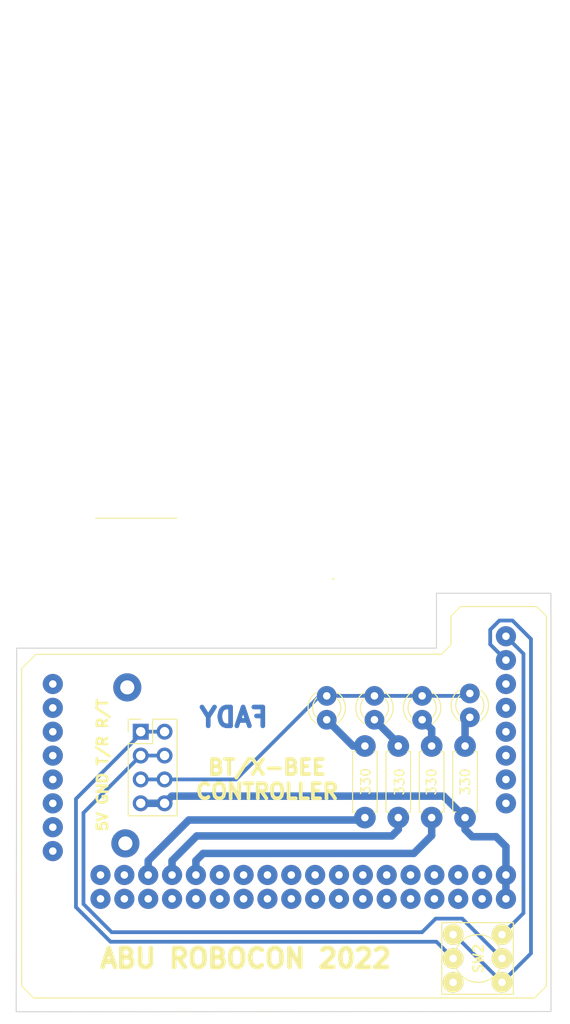
<source format=kicad_pcb>
(kicad_pcb (version 20211014) (generator pcbnew)
  (layers (0 "F.Cu" signal) (31 "B.Cu" signal) (34 "B.Paste" user) (35 "F.Paste" user) (36 "B.SilkS" user "B.Silkscreen") (37 "F.SilkS" user "F.Silkscreen") (38 "B.Mask" user) (39 "F.Mask" user) (44 "Edge.Cuts" user))
  (net 0 "")
  (net 1 "GND")
  (net 2 "Net-(D1-Pad2)")
  (net 3 "Net-(D2-Pad2)")
  (net 4 "Net-(D3-Pad2)")
  (net 5 "Net-(D4-Pad2)")
  (net 6 "Net-(SW1-Pad1)")
  (net 7 "Net-(SW1-Pad3)")
  (net 8 "5V")
  (net 9 "LED1")
  (net 10 "LED2")
  (net 11 "LED3")
  (net 12 "TX")
  (net 13 "RX")
  (footprint "MY_LIB:Resistor_small" (layer "F.Cu") (at 163.576 133.858 90)
    (fp_text reference "R4" hide)
    (fp_text value "330" (at 3.81 0.024 90) (layer "F.SilkS"))
    (fp_line (start 0.6 0.98) (end 0.6 1.31) (layer "F.SilkS") (width 0.12))
    (fp_line (start 0.6 -0.98) (end 0.6 -1.31) (layer "F.SilkS") (width 0.12))
    (fp_line (start 0.6 1.31) (end 7.02 1.31) (layer "F.SilkS") (width 0.12))
    (fp_line (start 7.02 1.31) (end 7.02 0.98) (layer "F.SilkS") (width 0.12))
    (fp_line (start 0.6 -1.31) (end 7.02 -1.31) (layer "F.SilkS") (width 0.12))
    (fp_line (start 7.02 -1.31) (end 7.02 -0.98) (layer "F.SilkS") (width 0.12))
    (pad "1" thru_hole circle locked (at 0 0 90) (size 2.3 2.3) (drill 0.8) (layers *.Cu *.Mask) (net 8 "5V"))
    (pad "2" thru_hole circle locked (at 7.62 0 90) (size 2.3 2.3) (drill 0.8) (layers *.Cu *.Mask) (net 5 "Net-(D4-Pad2)"))
  )
  (footprint "MY_LIB:LED_D3.0mm" (layer "F.Cu") (at 164.084 120.645 -90)
    (fp_text reference "D4" hide)
    (fp_text value "L3")
    (fp_line (start -0.29 -1.236) (end -0.29 -1.08) (layer "F.SilkS") (width 0.12))
    (fp_line (start -0.29 1.08) (end -0.29 1.236) (layer "F.SilkS") (width 0.12))
    (fp_arc (start 2.31113 1.079837) (mid 1.270117 1.5) (end 0.229039 1.08) (layer "F.SilkS") (width 0.12))
    (fp_arc (start -0.29 -1.235516) (mid 1.366487 -1.987659) (end 2.942335 -1.078608) (layer "F.SilkS") (width 0.12))
    (fp_arc (start 2.942335 1.078608) (mid 1.366487 1.987659) (end -0.29 1.235516) (layer "F.SilkS") (width 0.12))
    (fp_arc (start 0.229039 -1.08) (mid 1.270117 -1.5) (end 2.31113 -1.079837) (layer "F.SilkS") (width 0.12))
    (pad "1" thru_hole circle locked (at 0 0 270) (size 2.1 2.1) (drill 0.8) (layers *.Cu *.Mask) (net 1 "GND"))
    (pad "2" thru_hole circle locked (at 2.54 0 270) (size 2.1 2.1) (drill 0.8) (layers *.Cu *.Mask) (net 5 "Net-(D4-Pad2)"))
  )
  (footprint "Connector_PinHeader_2.54mm:PinHeader_2x04_P2.54mm_Vertical" (layer "F.Cu") (at 129.032 124.714)
    (fp_text reference "J1" hide)
    (fp_text value "Conn_02x04_Odd_Even" hide)
    (fp_line (start -1.33 0) (end -1.33 -1.33) (layer "F.SilkS") (width 0.12))
    (fp_line (start 1.27 -1.33) (end 3.87 -1.33) (layer "F.SilkS") (width 0.12))
    (fp_line (start -1.33 1.27) (end -1.33 8.95) (layer "F.SilkS") (width 0.12))
    (fp_line (start 1.27 1.27) (end 1.27 -1.33) (layer "F.SilkS") (width 0.12))
    (fp_line (start -1.33 1.27) (end 1.27 1.27) (layer "F.SilkS") (width 0.12))
    (fp_line (start -1.33 8.95) (end 3.87 8.95) (layer "F.SilkS") (width 0.12))
    (fp_line (start -1.33 -1.33) (end 0 -1.33) (layer "F.SilkS") (width 0.12))
    (fp_line (start 3.87 -1.33) (end 3.87 8.95) (layer "F.SilkS") (width 0.12))
    (pad "1" thru_hole rect (at 0 0) (size 1.7 1.7) (drill 1) (layers *.Cu *.Mask) (net 6 "Net-(SW1-Pad1)"))
    (pad "2" thru_hole oval (at 2.54 0) (size 1.7 1.7) (drill 1) (layers *.Cu *.Mask) (net 6 "Net-(SW1-Pad1)"))
    (pad "3" thru_hole oval (at 0 2.54) (size 1.7 1.7) (drill 1) (layers *.Cu *.Mask) (net 7 "Net-(SW1-Pad3)"))
    (pad "4" thru_hole oval (at 2.54 2.54) (size 1.7 1.7) (drill 1) (layers *.Cu *.Mask) (net 7 "Net-(SW1-Pad3)"))
    (pad "5" thru_hole oval (at 2.54 5.08) (size 1.7 1.7) (drill 1) (layers *.Cu *.Mask) (net 1 "GND"))
    (pad "5" thru_hole oval (at 0 5.08) (size 1.7 1.7) (drill 1) (layers *.Cu *.Mask) (net 1 "GND"))
    (pad "7" thru_hole oval (at 0 7.62) (size 1.7 1.7) (drill 1) (layers *.Cu *.Mask) (net 8 "5V"))
    (pad "8" thru_hole oval (at 2.54 7.62) (size 1.7 1.7) (drill 1) (layers *.Cu *.Mask) (net 8 "5V"))
  )
  (footprint "MY_LIB:Resistor_small" (layer "F.Cu") (at 160.02 133.858 90)
    (fp_text reference "R3" hide)
    (fp_text value "330" (at 3.81 -0.02 90) (layer "F.SilkS"))
    (fp_line (start 7.02 1.31) (end 7.02 0.98) (layer "F.SilkS") (width 0.12))
    (fp_line (start 0.6 -0.98) (end 0.6 -1.31) (layer "F.SilkS") (width 0.12))
    (fp_line (start 7.02 -1.31) (end 7.02 -0.98) (layer "F.SilkS") (width 0.12))
    (fp_line (start 0.6 0.98) (end 0.6 1.31) (layer "F.SilkS") (width 0.12))
    (fp_line (start 0.6 1.31) (end 7.02 1.31) (layer "F.SilkS") (width 0.12))
    (fp_line (start 0.6 -1.31) (end 7.02 -1.31) (layer "F.SilkS") (width 0.12))
    (pad "1" thru_hole circle locked (at 0 0 90) (size 2.3 2.3) (drill 0.8) (layers *.Cu *.Mask) (net 11 "LED3"))
    (pad "2" thru_hole circle locked (at 7.62 0 90) (size 2.3 2.3) (drill 0.8) (layers *.Cu *.Mask) (net 4 "Net-(D3-Pad2)"))
  )
  (footprint "MY_LIB:DIP_Switch" (layer "F.Cu") (at 164.846 148.844 90)
    (fp_text reference "SW2" (at 0 0.15 90) (layer "F.SilkS") (effects (font (size 1.016 1.016) (thickness 0.2032))))
    (fp_text value "SW_SPDT" hide)
    (fp_line (start -3.81 -3.7465) (end 3.81 -3.7465) (layer "F.SilkS") (width 0.127))
    (fp_line (start 3.81 3.8735) (end -3.81 3.8735) (layer "F.SilkS") (width 0.127))
    (fp_line (start 3.81 -3.7465) (end 3.81 3.8735) (layer "F.SilkS") (width 0.127))
    (fp_line (start -3.81 -3.7465) (end -3.81 3.8735) (layer "F.SilkS") (width 0.127))
    (fp_circle (center 0 0.127) (end 0 -2.413) (layer "F.SilkS") (width 0.127) (fill none))
    (pad "1" thru_hole circle (at 0 2.667 90) (size 2.2 2.2) (drill 0.8) (layers *.Cu *.Mask "F.SilkS") (net 7 "Net-(SW1-Pad3)"))
    (pad "2" thru_hole circle (at -2.54 -2.54 90) (size 2.2 2.2) (drill 0.8) (layers *.Cu *.Mask "F.SilkS") (net 13 "RX"))
    (pad "2" thru_hole circle (at 2.54 2.667 90) (size 2.2 2.2) (drill 0.8) (layers *.Cu *.Mask "F.SilkS") (net 13 "RX"))
    (pad "3" thru_hole circle (at -2.54 2.667 90) (size 2.2 2.2) (drill 0.8) (layers *.Cu *.Mask "F.SilkS") (net 12 "TX"))
    (pad "3" thru_hole circle (at 2.54 -2.54 90) (size 2.2 2.2) (drill 0.8) (layers *.Cu *.Mask "F.SilkS") (net 12 "TX"))
    (pad "5" thru_hole circle (at 0 -2.54 90) (size 2.2 2.2) (drill 0.8) (layers *.Cu *.Mask "F.SilkS") (net 6 "Net-(SW1-Pad1)"))
  )
  (footprint "MY_LIB:LED_D3.0mm" (layer "F.Cu") (at 148.844 120.904 -90)
    (fp_text reference "D1" hide)
    (fp_text value "L1")
    (fp_line (start -0.29 1.08) (end -0.29 1.236) (layer "F.SilkS") (width 0.12))
    (fp_line (start -0.29 -1.236) (end -0.29 -1.08) (layer "F.SilkS") (width 0.12))
    (fp_arc (start 2.31113 1.079837) (mid 1.270117 1.5) (end 0.229039 1.08) (layer "F.SilkS") (width 0.12))
    (fp_arc (start 0.229039 -1.08) (mid 1.270117 -1.5) (end 2.31113 -1.079837) (layer "F.SilkS") (width 0.12))
    (fp_arc (start -0.29 -1.235516) (mid 1.366487 -1.987659) (end 2.942335 -1.078608) (layer "F.SilkS") (width 0.12))
    (fp_arc (start 2.942335 1.078608) (mid 1.366487 1.987659) (end -0.29 1.235516) (layer "F.SilkS") (width 0.12))
    (pad "1" thru_hole circle locked (at 0 0 270) (size 2.1 2.1) (drill 0.8) (layers *.Cu *.Mask) (net 1 "GND"))
    (pad "2" thru_hole circle locked (at 2.54 0 270) (size 2.1 2.1) (drill 0.8) (layers *.Cu *.Mask) (net 2 "Net-(D1-Pad2)"))
  )
  (footprint "MY_LIB:LED_D3.0mm" (layer "F.Cu") (at 153.924 120.904 -90)
    (fp_text reference "D2" hide)
    (fp_text value "L2")
    (fp_line (start -0.29 1.08) (end -0.29 1.236) (layer "F.SilkS") (width 0.12))
    (fp_line (start -0.29 -1.236) (end -0.29 -1.08) (layer "F.SilkS") (width 0.12))
    (fp_arc (start 0.229039 -1.08) (mid 1.270117 -1.5) (end 2.31113 -1.079837) (layer "F.SilkS") (width 0.12))
    (fp_arc (start 2.31113 1.079837) (mid 1.270117 1.5) (end 0.229039 1.08) (layer "F.SilkS") (width 0.12))
    (fp_arc (start 2.942335 1.078608) (mid 1.366487 1.987659) (end -0.29 1.235516) (layer "F.SilkS") (width 0.12))
    (fp_arc (start -0.29 -1.235516) (mid 1.366487 -1.987659) (end 2.942335 -1.078608) (layer "F.SilkS") (width 0.12))
    (pad "1" thru_hole circle locked (at 0 0 270) (size 2.1 2.1) (drill 0.8) (layers *.Cu *.Mask) (net 1 "GND"))
    (pad "2" thru_hole circle locked (at 2.54 0 270) (size 2.1 2.1) (drill 0.8) (layers *.Cu *.Mask) (net 3 "Net-(D2-Pad2)"))
  )
  (footprint "MY_LIB:Resistor_small" (layer "F.Cu") (at 156.464 133.858 90)
    (fp_text reference "R2" hide)
    (fp_text value "330" (at 3.81 0.136 90) (layer "F.SilkS"))
    (fp_line (start 7.02 -1.31) (end 7.02 -0.98) (layer "F.SilkS") (width 0.12))
    (fp_line (start 0.6 -1.31) (end 7.02 -1.31) (layer "F.SilkS") (width 0.12))
    (fp_line (start 0.6 0.98) (end 0.6 1.31) (layer "F.SilkS") (width 0.12))
    (fp_line (start 0.6 1.31) (end 7.02 1.31) (layer "F.SilkS") (width 0.12))
    (fp_line (start 0.6 -0.98) (end 0.6 -1.31) (layer "F.SilkS") (width 0.12))
    (fp_line (start 7.02 1.31) (end 7.02 0.98) (layer "F.SilkS") (width 0.12))
    (pad "1" thru_hole circle locked (at 0 0 90) (size 2.3 2.3) (drill 0.8) (layers *.Cu *.Mask) (net 10 "LED2"))
    (pad "2" thru_hole circle locked (at 7.62 0 90) (size 2.3 2.3) (drill 0.8) (layers *.Cu *.Mask) (net 3 "Net-(D2-Pad2)"))
  )
  (footprint "MY_LIB:Resistor_small" (layer "F.Cu") (at 152.908 133.858 90)
    (fp_text reference "R1" hide)
    (fp_text value "330" (at 3.858 0.092 90) (layer "F.SilkS"))
    (fp_line (start 7.02 -1.31) (end 7.02 -0.98) (layer "F.SilkS") (width 0.12))
    (fp_line (start 0.6 0.98) (end 0.6 1.31) (layer "F.SilkS") (width 0.12))
    (fp_line (start 0.6 -0.98) (end 0.6 -1.31) (layer "F.SilkS") (width 0.12))
    (fp_line (start 7.02 1.31) (end 7.02 0.98) (layer "F.SilkS") (width 0.12))
    (fp_line (start 0.6 1.31) (end 7.02 1.31) (layer "F.SilkS") (width 0.12))
    (fp_line (start 0.6 -1.31) (end 7.02 -1.31) (layer "F.SilkS") (width 0.12))
    (pad "1" thru_hole circle locked (at 0 0 90) (size 2.3 2.3) (drill 0.8) (layers *.Cu *.Mask) (net 9 "LED1"))
    (pad "2" thru_hole circle locked (at 7.62 0 90) (size 2.3 2.3) (drill 0.8) (layers *.Cu *.Mask) (net 2 "Net-(D1-Pad2)"))
  )
  (footprint "MY_LIB:Arduino_Mega2560_Shield" (layer "F.Cu") (at 162.0753 73.2977)
    (fp_text reference "U1" hide)
    (fp_text value "Arduino_Mega2560_Shield")
    (fp_text user "." (at -12.9413 35.1663 270) (layer "F.SilkS"))
    (fp_line (start -1.016 43.18) (end 0 42.164) (layer "F.SilkS") (width 0.12))
    (fp_line (start 0 42.164) (end 0 39.116) (layer "F.SilkS") (width 0.12))
    (fp_line (start 8.89 79.756) (end -44.45 79.756) (layer "F.SilkS") (width 0.12))
    (fp_line (start 9.144 38.1) (end 10.16 39.116) (layer "F.SilkS") (width 0.12))
    (fp_line (start -44.196 43.18) (end -1.016 43.18) (layer "F.SilkS") (width 0.12))
    (fp_line (start -45.72 44.704) (end -44.196 43.18) (layer "F.SilkS") (width 0.12))
    (fp_line (start 0 39.116) (end 1.016 38.1) (layer "F.SilkS") (width 0.12))
    (fp_line (start -45.72 78.486) (end -45.72 44.704) (layer "F.SilkS") (width 0.12))
    (fp_line (start 10.16 39.116) (end 10.16 78.486) (layer "F.SilkS") (width 0.12))
    (fp_line (start -37.846 28.702) (end -29.21 28.702) (layer "F.SilkS") (width 0.12))
    (fp_line (start 8.89 79.756) (end 10.16 78.486) (layer "F.SilkS") (width 0.12))
    (fp_line (start 1.016 38.1) (end 9.144 38.1) (layer "F.SilkS") (width 0.12))
    (fp_line (start -45.72 78.486) (end -44.45 79.756) (layer "F.SilkS") (width 0.12))
    (pad "14" thru_hole circle (at 5.8547 41.2623 270) (size 2.15 2.15) (drill 0.8) (layers *.Cu *.Mask) (net 13 "RX"))
    (pad "15" thru_hole circle (at 5.8547 43.8023 270) (size 2.15 2.15) (drill 0.8) (layers *.Cu *.Mask) (net 12 "TX"))
    (pad "16" thru_hole circle (at 5.8547 46.3423 270) (size 2.15 2.15) (drill 0.8) (layers *.Cu *.Mask))
    (pad "17" thru_hole circle (at 5.8547 48.8823 270) (size 2.15 2.15) (drill 0.8) (layers *.Cu *.Mask))
    (pad "18" thru_hole circle (at 5.8547 51.4223 270) (size 2.15 2.15) (drill 0.8) (layers *.Cu *.Mask))
    (pad "19" thru_hole circle (at 5.8547 53.9623 270) (size 2.15 2.15) (drill 0.8) (layers *.Cu *.Mask))
    (pad "20" thru_hole circle (at 5.8547 56.5023 270) (size 2.15 2.15) (drill 0.8) (layers *.Cu *.Mask))
    (pad "21" thru_hole circle (at 5.8547 59.0423 270) (size 2.15 2.15) (drill 0.8) (layers *.Cu *.Mask))
    (pad "22" thru_hole circle (at 3.3147 66.6623 270) (size 2.15 2.15) (drill 0.8) (layers *.Cu *.Mask))
    (pad "23" thru_hole circle (at 3.3147 69.2023 270) (size 2.15 2.15) (drill 0.8) (layers *.Cu *.Mask))
    (pad "24" thru_hole circle (at 0.7747 66.6623 270) (size 2.15 2.15) (drill 0.8) (layers *.Cu *.Mask))
    (pad "25" thru_hole circle (at 0.7747 69.2023 270) (size 2.15 2.15) (drill 0.8) (layers *.Cu *.Mask))
    (pad "26" thru_hole circle (at -1.7653 66.6623 270) (size 2.15 2.15) (drill 0.8) (layers *.Cu *.Mask))
    (pad "27" thru_hole circle (at -1.7653 69.2023 270) (size 2.15 2.15) (drill 0.8) (layers *.Cu *.Mask))
    (pad "28" thru_hole circle (at -4.3053 66.6623 270) (size 2.15 2.15) (drill 0.8) (layers *.Cu *.Mask))
    (pad "29" thru_hole circle (at -4.3053 69.2023 270) (size 2.15 2.15) (drill 0.8) (layers *.Cu *.Mask))
    (pad "30" thru_hole circle (at -6.8453 66.6623 270) (size 2.15 2.15) (drill 0.8) (layers *.Cu *.Mask))
    (pad "31" thru_hole circle (at -6.8453 69.2023 270) (size 2.15 2.15) (drill 0.8) (layers *.Cu *.Mask))
    (pad "32" thru_hole circle (at -9.3853 66.6623 270) (size 2.15 2.15) (drill 0.8) (layers *.Cu *.Mask))
    (pad "33" thru_hole circle (at -9.3853 69.2023 270) (size 2.15 2.15) (drill 0.8) (layers *.Cu *.Mask))
    (pad "34" thru_hole circle (at -11.9253 66.6623 270) (size 2.15 2.15) (drill 0.8) (layers *.Cu *.Mask))
    (pad "35" thru_hole circle (at -11.9253 69.2023 270) (size 2.15 2.15) (drill 0.8) (layers *.Cu *.Mask))
    (pad "36" thru_hole circle (at -14.4653 66.6623 270) (size 2.15 2.15) (drill 0.8) (layers *.Cu *.Mask))
    (pad "37" thru_hole circle (at -14.4653 69.2023 270) (size 2.15 2.15) (drill 0.8) (layers *.Cu *.Mask))
    (pad "38" thru_hole circle (at -17.0053 66.6623 270) (size 2.15 2.15) (drill 0.8) (layers *.Cu *.Mask))
    (pad "39" thru_hole circle (at -17.0053 69.2023 270) (size 2.15 2.15) (drill 0.8) (layers *.Cu *.Mask))
    (pad "40" thru_hole circle (at -19.5453 66.6623 270) (size 2.15 2.15) (drill 0.8) (layers *.Cu *.Mask))
    (pad "41" thru_hole circle (at -19.5453 69.2023 270) (size 2.15 2.15) (drill 0.8) (layers *.Cu *.Mask))
    (pad "42" thru_hole circle (at -22.0853 66.6623 270) (size 2.15 2.15) (drill 0.8) (layers *.Cu *.Mask))
    (pad "43" thru_hole circle (at -22.0853 69.2023 270) (size 2.15 2.15) (drill 0.8) (layers *.Cu *.Mask))
    (pad "44" thru_hole circle (at -24.6253 66.6623 270) (size 2.15 2.15) (drill 0.8) (layers *.Cu *.Mask))
    (pad "45" thru_hole circle (at -24.6253 69.2023 270) (size 2.15 2.15) (drill 0.8) (layers *.Cu *.Mask))
    (pad "46" thru_hole circle (at -27.1653 66.6623 270) (size 2.15 2.15) (drill 0.8) (layers *.Cu *.Mask) (net 11 "LED3"))
    (pad "47" thru_hole circle (at -27.1653 69.2023 270) (size 2.15 2.15) (drill 0.8) (layers *.Cu *.Mask))
    (pad "48" thru_hole circle (at -29.7053 66.6623 270) (size 2.15 2.15) (drill 0.8) (layers *.Cu *.Mask) (net 10 "LED2"))
    (pad "49" thru_hole circle (at -29.7053 69.2023 270) (size 2.15 2.15) (drill 0.8) (layers *.Cu *.Mask))
    (pad "50" thru_hole circle (at -32.2453 66.6623 270) (size 2.15 2.15) (drill 0.8) (layers *.Cu *.Mask) (net 9 "LED1"))
    (pad "51" thru_hole circle (at -32.2453 69.2023 270) (size 2.15 2.15) (drill 0.8) (layers *.Cu *.Mask))
    (pad "52" thru_hole circle (at -34.7853 66.6623 270) (size 2.15 2.15) (drill 0.8) (layers *.Cu *.Mask))
    (pad "53" thru_hole circle (at -34.7853 69.2023 270) (size 2.15 2.15) (drill 0.8) (layers *.Cu *.Mask))
    (pad "A8" thru_hole circle (at -42.4053 46.3423 270) (size 2.15 2.15) (drill 0.8) (layers *.Cu *.Mask))
    (pad "A9" thru_hole circle (at -42.4053 48.8823 270) (size 2.15 2.15) (drill 0.8) (layers *.Cu *.Mask))
    (pad "A10" thru_hole circle (at -42.4053 51.4223 270) (size 2.15 2.15) (drill 0.8) (layers *.Cu *.Mask))
    (pad "A11" thru_hole circle (at -42.4053 53.9623 270) (size 2.15 2.15) (drill 0.8) (layers *.Cu *.Mask))
    (pad "A12" thru_hole circle (at -42.4053 56.5023 270) (size 2.15 2.15) (drill 0.8) (layers *.Cu *.Mask))
    (pad "A13" thru_hole circle (at -42.4053 59.0423 270) (size 2.15 2.15) (drill 0.8) (layers *.Cu *.Mask))
    (pad "A14" thru_hole circle (at -42.4053 61.5823 270) (size 2.15 2.15) (drill 0.8) (layers *.Cu *.Mask))
    (pad "A15" thru_hole circle (at -42.4053 64.1223 270) (size 2.15 2.15) (drill 0.8) (layers *.Cu *.Mask))
    (pad "GND" thru_hole circle (at -37.3253 69.2023 270) (size 2.15 2.15) (drill 0.8) (layers *.Cu *.Mask))
    (pad "GND" thru_hole circle (at -37.3253 66.6623 270) (size 2.15 2.15) (drill 0.8) (layers *.Cu *.Mask))
    (pad "VCC" thru_hole circle (at 5.8547 69.2023 270) (size 2.15 2.15) (drill 0.8) (layers *.Cu *.Mask))
    (pad "VCC" thru_hole circle (at 5.8547 66.6623 270) (size 2.15 2.15) (drill 0.8) (layers *.Cu *.Mask))
  )
  (footprint "MY_LIB:LED_D3.0mm" (layer "F.Cu") (at 159.004 120.904 -90)
    (fp_text reference "D3" hide)
    (fp_text value "L3")
    (fp_line (start -0.29 1.08) (end -0.29 1.236) (layer "F.SilkS") (width 0.12))
    (fp_line (start -0.29 -1.236) (end -0.29 -1.08) (layer "F.SilkS") (width 0.12))
    (fp_arc (start 2.31113 1.079837) (mid 1.270117 1.5) (end 0.229039 1.08) (layer "F.SilkS") (width 0.12))
    (fp_arc (start 0.229039 -1.08) (mid 1.270117 -1.5) (end 2.31113 -1.079837) (layer "F.SilkS") (width 0.12))
    (fp_arc (start 2.942335 1.078608) (mid 1.366487 1.987659) (end -0.29 1.235516) (layer "F.SilkS") (width 0.12))
    (fp_arc (start -0.29 -1.235516) (mid 1.366487 -1.987659) (end 2.942335 -1.078608) (layer "F.SilkS") (width 0.12))
    (pad "1" thru_hole circle locked (at 0 0 270) (size 2.1 2.1) (drill 0.8) (layers *.Cu *.Mask) (net 1 "GND"))
    (pad "2" thru_hole circle locked (at 2.54 0 270) (size 2.1 2.1) (drill 0.8) (layers *.Cu *.Mask) (net 4 "Net-(D3-Pad2)"))
  )
  (gr_line (start 172.72 154.49) (end 115.76 154.52) (layer "Edge.Cuts") (width 0.1))
  (gr_line (start 115.824 115.824) (end 160.528 115.824) (layer "Edge.Cuts") (width 0.1))
  (gr_line (start 172.72 109.982) (end 172.73 154.45) (layer "Edge.Cuts") (width 0.1))
  (gr_line (start 160.528 109.982) (end 172.72 109.982) (layer "Edge.Cuts") (width 0.1))
  (gr_line (start 160.528 115.824) (end 160.528 109.982) (layer "Edge.Cuts") (width 0.1))
  (gr_line (start 115.77 154.49) (end 115.824 115.824) (layer "Edge.Cuts") (width 0.1))
  (gr_text "FADY" (at 138.938 123.19) (layer "B.Cu") (effects (font (size 2 2) (thickness 0.5)) (justify mirror)))
  (gr_text "BT/X-BEE\nCONTROLLER" (at 142.494 129.794) (layer "F.SilkS") (effects (font (size 1.6 1.6) (thickness 0.4))))
  (gr_text "5V GND T/R R/T" (at 124.968 128.27 90) (layer "F.SilkS") (effects (font (size 1.1 1.1) (thickness 0.275))))
  (gr_text "ABU ROBOCON 2022" (at 140.208 148.844) (layer "F.SilkS") (effects (font (size 2 2) (thickness 0.5))))
  (via (at 127.6 120) (size 3) (drill 1.5) (layers "F.Cu" "B.Cu") (net 0))
  (via (at 127.4 136.6) (size 3) (drill 1.5) (layers "F.Cu" "B.Cu") (net 0))
  (segment (start 148.844 120.904) (end 153.924 120.904) (width 0.4) (layer "B.Cu") (net 1))
  (segment (start 148.844 120.904) (end 148.082 120.904) (width 0.4) (layer "B.Cu") (net 1))
  (segment (start 163.825 120.904) (end 164.084 120.645) (width 0.4) (layer "B.Cu") (net 1))
  (segment (start 159.004 120.904) (end 163.825 120.904) (width 0.4) (layer "B.Cu") (net 1))
  (segment (start 139.192 129.794) (end 131.572 129.794) (width 0.4) (layer "B.Cu") (net 1))
  (segment (start 153.924 120.904) (end 159.004 120.904) (width 0.4) (layer "B.Cu") (net 1))
  (segment (start 148.082 120.904) (end 139.192 129.794) (width 0.4) (layer "B.Cu") (net 1))
  (segment (start 129.032 129.794) (end 131.572 129.794) (width 0.4) (layer "B.Cu") (net 1))
  (segment (start 151.638 126.238) (end 148.844 123.444) (width 0.8) (layer "B.Cu") (net 2))
  (segment (start 152.908 126.238) (end 151.638 126.238) (width 0.8) (layer "B.Cu") (net 2))
  (segment (start 156.464 125.984) (end 153.924 123.444) (width 0.8) (layer "B.Cu") (net 3))
  (segment (start 156.464 126.238) (end 156.464 125.984) (width 0.8) (layer "B.Cu") (net 3))
  (segment (start 160.02 124.46) (end 159.004 123.444) (width 0.8) (layer "B.Cu") (net 4))
  (segment (start 160.02 126.238) (end 160.02 124.46) (width 0.8) (layer "B.Cu") (net 4))
  (segment (start 163.576 123.693) (end 164.084 123.185) (width 0.8) (layer "B.Cu") (net 5))
  (segment (start 163.576 126.238) (end 163.576 123.693) (width 0.8) (layer "B.Cu") (net 5))
  (segment (start 129.032 124.968) (end 129.032 124.714) (width 0.4) (layer "B.Cu") (net 6))
  (segment (start 125.815822 147.066) (end 122.136 143.386178) (width 0.4) (layer "B.Cu") (net 6))
  (segment (start 122.136 143.386178) (end 122.136 131.864) (width 0.4) (layer "B.Cu") (net 6))
  (segment (start 160.528 147.066) (end 125.815822 147.066) (width 0.4) (layer "B.Cu") (net 6))
  (segment (start 162.306 148.844) (end 160.528 147.066) (width 0.4) (layer "B.Cu") (net 6))
  (segment (start 129.032 124.714) (end 131.572 124.714) (width 0.4) (layer "B.Cu") (net 6))
  (segment (start 122.136 131.864) (end 129.032 124.968) (width 0.4) (layer "B.Cu") (net 6))
  (segment (start 167.513 148.844) (end 163.273 144.604) (width 0.4) (layer "B.Cu") (net 7))
  (segment (start 125.931192 146.05) (end 122.936 143.054808) (width 0.4) (layer "B.Cu") (net 7))
  (segment (start 163.273 144.604) (end 160.45 144.604) (width 0.4) (layer "B.Cu") (net 7))
  (segment (start 122.936 133.35) (end 129.032 127.254) (width 0.4) (layer "B.Cu") (net 7))
  (segment (start 160.45 144.604) (end 159.004 146.05) (width 0.4) (layer "B.Cu") (net 7))
  (segment (start 129.032 127.254) (end 131.572 127.254) (width 0.4) (layer "B.Cu") (net 7))
  (segment (start 159.004 146.05) (end 125.931192 146.05) (width 0.4) (layer "B.Cu") (net 7))
  (segment (start 122.936 143.054808) (end 122.936 133.35) (width 0.4) (layer "B.Cu") (net 7))
  (segment (start 161.29 131.572) (end 132.334 131.572) (width 0.8) (layer "B.Cu") (net 8))
  (segment (start 163.576 133.858) (end 163.576 135.128) (width 0.8) (layer "B.Cu") (net 8))
  (segment (start 167.93 136.942) (end 167.93 139.96) (width 0.8) (layer "B.Cu") (net 8))
  (segment (start 167.93 139.96) (end 167.93 142.5) (width 0.8) (layer "B.Cu") (net 8))
  (segment (start 132.334 131.572) (end 131.572 132.334) (width 0.8) (layer "B.Cu") (net 8))
  (segment (start 163.576 133.858) (end 161.29 131.572) (width 0.8) (layer "B.Cu") (net 8))
  (segment (start 129.032 132.334) (end 131.572 132.334) (width 0.8) (layer "B.Cu") (net 8))
  (segment (start 163.576 135.128) (end 164.338 135.89) (width 0.8) (layer "B.Cu") (net 8))
  (segment (start 164.338 135.89) (end 166.878 135.89) (width 0.8) (layer "B.Cu") (net 8))
  (segment (start 166.878 135.89) (end 167.93 136.942) (width 0.8) (layer "B.Cu") (net 8))
  (segment (start 129.83 138.439721) (end 134.157721 134.112) (width 0.8) (layer "B.Cu") (net 9))
  (segment (start 152.654 134.112) (end 152.908 133.858) (width 0.8) (layer "B.Cu") (net 9))
  (segment (start 129.83 139.96) (end 129.83 138.439721) (width 0.8) (layer "B.Cu") (net 9))
  (segment (start 134.157721 134.112) (end 152.654 134.112) (width 0.8) (layer "B.Cu") (net 9))
  (segment (start 132.37 139.96) (end 132.37 138.439721) (width 0.8) (layer "B.Cu") (net 10))
  (segment (start 132.37 138.439721) (end 135.001721 135.808) (width 0.8) (layer "B.Cu") (net 10))
  (segment (start 135.001721 135.808) (end 155.784 135.808) (width 0.8) (layer "B.Cu") (net 10))
  (segment (start 156.464 135.128) (end 156.464 133.858) (width 0.8) (layer "B.Cu") (net 10))
  (segment (start 155.784 135.808) (end 156.464 135.128) (width 0.8) (layer "B.Cu") (net 10))
  (segment (start 158.115 137.668) (end 160.02 135.763) (width 0.8) (layer "B.Cu") (net 11))
  (segment (start 135.681721 137.668) (end 158.115 137.668) (width 0.8) (layer "B.Cu") (net 11))
  (segment (start 134.91 139.96) (end 134.91 138.439721) (width 0.8) (layer "B.Cu") (net 11))
  (segment (start 134.91 138.439721) (end 135.681721 137.668) (width 0.8) (layer "B.Cu") (net 11))
  (segment (start 160.02 135.763) (end 160.02 134.874) (width 0.8) (layer "B.Cu") (net 11))
  (segment (start 166.255 113.866192) (end 167.236192 112.885) (width 0.4) (layer "B.Cu") (net 12))
  (segment (start 167.236192 112.885) (end 168.623808 112.885) (width 0.4) (layer "B.Cu") (net 12))
  (segment (start 166.255 115.425) (end 166.255 113.866192) (width 0.4) (layer "B.Cu") (net 12))
  (segment (start 170.594997 114.856189) (end 170.594997 148.302003) (width 0.4) (layer "B.Cu") (net 12))
  (segment (start 170.594997 148.302003) (end 167.513 151.384) (width 0.4) (layer "B.Cu") (net 12))
  (segment (start 168.623808 112.885) (end 170.594997 114.856189) (width 0.4) (layer "B.Cu") (net 12))
  (segment (start 167.93 117.1) (end 166.255 115.425) (width 0.4) (layer "B.Cu") (net 12))
  (segment (start 162.433 146.304) (end 162.306 146.304) (width 0.4) (layer "B.Cu") (net 12))
  (segment (start 167.513 151.384) (end 162.433 146.304) (width 0.4) (layer "B.Cu") (net 12))
  (segment (start 169.794997 116.424997) (end 167.93 114.56) (width 0.4) (layer "B.Cu") (net 13))
  (segment (start 169.794997 144.022003) (end 169.794997 116.424997) (width 0.4) (layer "B.Cu") (net 13))
  (segment (start 167.67 114.3) (end 167.93 114.56) (width 0.8) (layer "B.Cu") (net 13))
  (segment (start 167.513 146.304) (end 169.794997 144.022003) (width 0.4) (layer "B.Cu") (net 13))
  (segment (start 167.386 146.304) (end 167.513 146.304) (width 0.4) (layer "B.Cu") (net 13))
)
</source>
